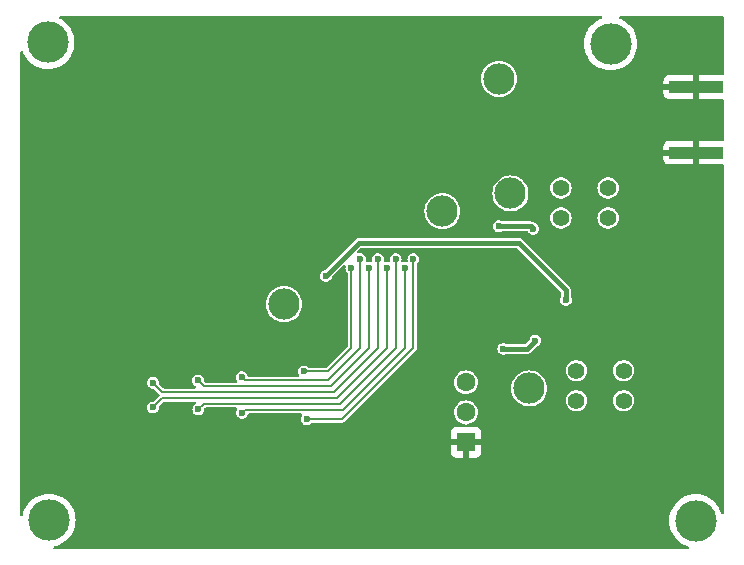
<source format=gbr>
%TF.GenerationSoftware,KiCad,Pcbnew,8.0.5*%
%TF.CreationDate,2025-04-17T16:29:18+02:00*%
%TF.ProjectId,ZED_F9P_minimal,5a45445f-4639-4505-9f6d-696e696d616c,rev?*%
%TF.SameCoordinates,Original*%
%TF.FileFunction,Copper,L2,Bot*%
%TF.FilePolarity,Positive*%
%FSLAX46Y46*%
G04 Gerber Fmt 4.6, Leading zero omitted, Abs format (unit mm)*
G04 Created by KiCad (PCBNEW 8.0.5) date 2025-04-17 16:29:18*
%MOMM*%
%LPD*%
G01*
G04 APERTURE LIST*
%TA.AperFunction,ComponentPad*%
%ADD10C,3.500000*%
%TD*%
%TA.AperFunction,ComponentPad*%
%ADD11C,2.641600*%
%TD*%
%TA.AperFunction,ComponentPad*%
%ADD12C,1.397000*%
%TD*%
%TA.AperFunction,SMDPad,CuDef*%
%ADD13R,4.560000X1.000000*%
%TD*%
%TA.AperFunction,ComponentPad*%
%ADD14R,1.599999X1.599999*%
%TD*%
%TA.AperFunction,ComponentPad*%
%ADD15C,1.599999*%
%TD*%
%TA.AperFunction,ViaPad*%
%ADD16C,0.600000*%
%TD*%
%TA.AperFunction,ViaPad*%
%ADD17C,0.400000*%
%TD*%
%TA.AperFunction,Conductor*%
%ADD18C,0.400000*%
%TD*%
%TA.AperFunction,Conductor*%
%ADD19C,0.200000*%
%TD*%
G04 APERTURE END LIST*
D10*
%TO.P,REF,*%
%TO.N,*%
X77400000Y-61400000D03*
%TD*%
%TO.P,REF,*%
%TO.N,*%
X22650000Y-61350000D03*
%TD*%
%TO.P,REF,*%
%TO.N,*%
X70200000Y-21000000D03*
%TD*%
%TO.P,REF,*%
%TO.N,*%
X22550000Y-20900000D03*
%TD*%
D11*
%TO.P,TP4,1,1*%
%TO.N,/3v3_puce*%
X42550000Y-43050000D03*
%TD*%
D12*
%TO.P,JP1,1,A*%
%TO.N,/3V3-IN*%
X67300000Y-51225000D03*
%TO.P,JP1,2,B*%
%TO.N,/jumper_3V_out*%
X67300000Y-48685000D03*
%TD*%
D11*
%TO.P,TP1,1,1*%
%TO.N,/RF_IN*%
X60750000Y-23975000D03*
%TD*%
D13*
%TO.P,SMA,SH3*%
%TO.N,GND*%
X77450000Y-24685000D03*
%TO.P,SMA,SH4*%
X77450000Y-30225000D03*
%TD*%
D12*
%TO.P,JP4,1,A*%
%TO.N,/5V-jumper*%
X69988850Y-33213849D03*
%TO.P,JP4,2,B*%
%TO.N,/jumper_5V_out*%
X69988850Y-35753849D03*
%TD*%
D11*
%TO.P,TP5,1,1*%
%TO.N,/5V-IN*%
X61718850Y-33677650D03*
%TD*%
%TO.P,TP2,1,1*%
%TO.N,/3V3-IN*%
X63300000Y-50188800D03*
%TD*%
D12*
%TO.P,JP2,1,A*%
%TO.N,/3V3-jumper*%
X71300000Y-51225000D03*
%TO.P,JP2,2,B*%
%TO.N,/jumper_3V_out*%
X71300000Y-48685000D03*
%TD*%
%TO.P,JP3,1,A*%
%TO.N,/5V-IN*%
X65988850Y-33213849D03*
%TO.P,JP3,2,B*%
%TO.N,/jumper_5V_out*%
X65988850Y-35753849D03*
%TD*%
D11*
%TO.P,TP3,1,1*%
%TO.N,/5v_antenne*%
X55950000Y-35177650D03*
%TD*%
D14*
%TO.P,Reg,1,GND*%
%TO.N,GND*%
X57950000Y-54740000D03*
D15*
%TO.P,Reg,2,OUTPUT*%
%TO.N,/pt div*%
X57950000Y-52200000D03*
%TO.P,Reg,3,INPUT*%
%TO.N,/12V*%
X57950000Y-49660000D03*
%TD*%
D16*
%TO.N,/3v3_puce*%
X46085000Y-40665000D03*
X66415000Y-42700000D03*
%TO.N,GND*%
X74475000Y-29075000D03*
X59500000Y-47300000D03*
X74700000Y-40675000D03*
X39725000Y-56575000D03*
X48375000Y-21725000D03*
X49300000Y-61900000D03*
X60375000Y-28525000D03*
X40925000Y-21625000D03*
X60500000Y-42225000D03*
X50900000Y-56575000D03*
X52500000Y-60100000D03*
X57300000Y-58375000D03*
X60000000Y-37150000D03*
X42925000Y-56575000D03*
D17*
X79000000Y-29975000D03*
D16*
X31700000Y-60100000D03*
X54400000Y-51785000D03*
X54100000Y-58375000D03*
X67892198Y-46632961D03*
X60500000Y-59025000D03*
X42900000Y-60100000D03*
X66100000Y-52275000D03*
X55700000Y-58375000D03*
X59350000Y-22575000D03*
X49300000Y-60100000D03*
X44525000Y-56575000D03*
X45575000Y-19800000D03*
X41300000Y-58400000D03*
X72650000Y-45275000D03*
X51475000Y-24450000D03*
X57375000Y-36600000D03*
X58275000Y-28600000D03*
X30100000Y-57700000D03*
X52400000Y-22400000D03*
D17*
X77000000Y-30475000D03*
D16*
X44175000Y-19800000D03*
X34900000Y-60100000D03*
X52500000Y-58400000D03*
X54100000Y-56550000D03*
X61550000Y-37150000D03*
X58850000Y-46250000D03*
X56050000Y-47250000D03*
X68475000Y-29075000D03*
X69475000Y-25900000D03*
X63150000Y-26275000D03*
X31700000Y-60100000D03*
X53700000Y-26000000D03*
X74700000Y-36075000D03*
X58900000Y-58075000D03*
D17*
X77000000Y-29975000D03*
D16*
X67800000Y-43150000D03*
X57875000Y-48055000D03*
D17*
X77500000Y-24925000D03*
D16*
X44500000Y-61900000D03*
X46975000Y-19800000D03*
X72650000Y-40675000D03*
X56500000Y-25975000D03*
X25800000Y-56400000D03*
X27750000Y-56475000D03*
X62200000Y-57375000D03*
X63800000Y-58425000D03*
X61600000Y-26500000D03*
X56270000Y-49805000D03*
X57375000Y-33725000D03*
X51850000Y-28300000D03*
X44500000Y-40250000D03*
X26325000Y-59175000D03*
X58900000Y-61875000D03*
X57300000Y-60075000D03*
X36500000Y-60100000D03*
X73725000Y-33075000D03*
X68350000Y-52225000D03*
D17*
X75500000Y-24925000D03*
D16*
X30100000Y-56275000D03*
X56610000Y-48505000D03*
X74225000Y-53475000D03*
X74475000Y-25900000D03*
X64875000Y-32200000D03*
X51600000Y-21550000D03*
X55610000Y-52945000D03*
D17*
X76500000Y-24925000D03*
D16*
X63125000Y-37475000D03*
X38525000Y-43925000D03*
D17*
X77500000Y-24425000D03*
X78500000Y-30475000D03*
D16*
X25800000Y-57825000D03*
D17*
X76500000Y-24425000D03*
D16*
X66200000Y-49875000D03*
X59350000Y-25375000D03*
X54525000Y-36600000D03*
X54100000Y-58375000D03*
D17*
X78500000Y-29975000D03*
D16*
X62200000Y-60075000D03*
X72650000Y-47625000D03*
X46100000Y-56575000D03*
X74700000Y-42975000D03*
X60725000Y-38750000D03*
D17*
X75500000Y-29975000D03*
D16*
X53300000Y-23300000D03*
X73225000Y-54450000D03*
X42900000Y-58400000D03*
X46275000Y-22975000D03*
X69600000Y-54025000D03*
X65350000Y-54225000D03*
D17*
X78500000Y-24425000D03*
D16*
X45450000Y-43450000D03*
X70475000Y-29075000D03*
X71375000Y-53300000D03*
X74700000Y-49875000D03*
X59500000Y-52725000D03*
X71475000Y-29075000D03*
X67750000Y-41500000D03*
X72650000Y-52175000D03*
X55700000Y-60075000D03*
X31700000Y-58400000D03*
X52575000Y-25425000D03*
X55700000Y-56550000D03*
X43975000Y-41625000D03*
X51600000Y-30940000D03*
D17*
X77000000Y-24425000D03*
D16*
X62300000Y-28525000D03*
X45575000Y-21725000D03*
X50900000Y-61900000D03*
X55050000Y-40050000D03*
X59525000Y-49675000D03*
D17*
X77500000Y-30475000D03*
D16*
X72650000Y-49875000D03*
X54100000Y-24000000D03*
X30100000Y-61900000D03*
X28675000Y-61525000D03*
X64750000Y-51625000D03*
X50625000Y-27075000D03*
X50500000Y-23600000D03*
D17*
X76000000Y-29975000D03*
D16*
X46100000Y-61900000D03*
X27100000Y-39000000D03*
X54925000Y-26000000D03*
X47725000Y-28225000D03*
X70200000Y-49875000D03*
X27525000Y-60375000D03*
X71050000Y-34475000D03*
X44175000Y-21725000D03*
X69100000Y-41500000D03*
X38100000Y-60100000D03*
X63175000Y-35125000D03*
X34900000Y-61900000D03*
X54575000Y-33750000D03*
X70275000Y-41500000D03*
X68475000Y-25900000D03*
X74700000Y-47575000D03*
X60275000Y-32225000D03*
X42900000Y-20100000D03*
X41300000Y-60100000D03*
D17*
X75500000Y-24425000D03*
D16*
X71125000Y-32225000D03*
X26878964Y-22995703D03*
X60500000Y-61875000D03*
X49900000Y-30900000D03*
X62175000Y-25375000D03*
X36500000Y-58400000D03*
X72650000Y-38375000D03*
X52500000Y-58400000D03*
X33300000Y-58400000D03*
X55700000Y-58375000D03*
D17*
X76000000Y-30475000D03*
D16*
X52500000Y-56600000D03*
X65225000Y-44850000D03*
X48050000Y-30920000D03*
D17*
X78000000Y-29975000D03*
D16*
X33300000Y-60100000D03*
X61850000Y-48725000D03*
X63800000Y-55775000D03*
X67050000Y-32175000D03*
D17*
X79000000Y-24925000D03*
D16*
X66475000Y-25900000D03*
X54100000Y-61875000D03*
X39700000Y-60100000D03*
X50900000Y-60100000D03*
X41150000Y-41625000D03*
D17*
X79000000Y-24425000D03*
D16*
X71700000Y-55875000D03*
D17*
X79500000Y-29975000D03*
D16*
X74700000Y-45275000D03*
X25700000Y-39075000D03*
X47700000Y-58400000D03*
X57600000Y-46800000D03*
X31700000Y-58400000D03*
X57300000Y-58375000D03*
X64800000Y-48725000D03*
X55200000Y-42550000D03*
X52500000Y-61900000D03*
X68350000Y-49875000D03*
X64875000Y-36750000D03*
X46325000Y-38850000D03*
X30100000Y-61900000D03*
X67000000Y-34475000D03*
X31700000Y-61900000D03*
D17*
X76500000Y-30475000D03*
X76000000Y-24925000D03*
D16*
X69075000Y-43150000D03*
X63700000Y-53175000D03*
X46750000Y-42150000D03*
X41300000Y-61900000D03*
X65160000Y-39265000D03*
X57825000Y-23075000D03*
X41100000Y-44450000D03*
D17*
X78500000Y-24925000D03*
D16*
X36500000Y-61900000D03*
X36225000Y-42075000D03*
D17*
X75500000Y-30475000D03*
D16*
X44175000Y-21725000D03*
D17*
X78000000Y-24925000D03*
D16*
X42900000Y-61900000D03*
X60275000Y-35125000D03*
X44000000Y-44475000D03*
X56790000Y-50945000D03*
X60500000Y-56475000D03*
X39875000Y-43925000D03*
X74700000Y-34500000D03*
X72475000Y-29075000D03*
X46100000Y-60100000D03*
X65275000Y-43350000D03*
D17*
X78500000Y-29975000D03*
D16*
X66475000Y-29075000D03*
X60200000Y-46250000D03*
D17*
X76000000Y-24425000D03*
D16*
X28850000Y-59100000D03*
D17*
X77000000Y-24925000D03*
D16*
X64570000Y-41295000D03*
X64180000Y-38415000D03*
X49300000Y-58400000D03*
X65475000Y-25900000D03*
X47700000Y-56575000D03*
X30100000Y-60100000D03*
X71475000Y-25900000D03*
X37575000Y-39950000D03*
X55400000Y-24000000D03*
X72650000Y-42975000D03*
X58500000Y-36775000D03*
X37000000Y-43425000D03*
X46975000Y-21725000D03*
X65475000Y-29050000D03*
D17*
X79500000Y-24925000D03*
D16*
X64350000Y-25950000D03*
X49300000Y-56575000D03*
X69600000Y-55875000D03*
X39700000Y-58400000D03*
X67425000Y-55875000D03*
X58900000Y-60075000D03*
X60750000Y-40375000D03*
X68800000Y-32175000D03*
X59950000Y-26400000D03*
X63690000Y-42175000D03*
X42000000Y-21050000D03*
X47700000Y-61900000D03*
X54210000Y-50155000D03*
X70475000Y-25900000D03*
X65350000Y-56725000D03*
D17*
X78000000Y-24425000D03*
X77500000Y-29975000D03*
D16*
X44500000Y-60100000D03*
X33300000Y-61900000D03*
X49400000Y-22400000D03*
X64875000Y-34475000D03*
X57650000Y-42450000D03*
X67475000Y-25900000D03*
X68560000Y-38105000D03*
X57300000Y-61875000D03*
X35525000Y-40700000D03*
X74700000Y-38375000D03*
X54250000Y-38566500D03*
X69475000Y-29075000D03*
X62200000Y-22525000D03*
X66200000Y-47725000D03*
X27750000Y-57900000D03*
X71100000Y-36775000D03*
X59200000Y-48450000D03*
X72450000Y-32250000D03*
X44900000Y-22975000D03*
X56600000Y-24000000D03*
X55700000Y-61875000D03*
D17*
X76500000Y-29975000D03*
X78500000Y-30475000D03*
D16*
X38100000Y-61900000D03*
X73475000Y-29075000D03*
X50725000Y-20625000D03*
X46100000Y-58400000D03*
X50900000Y-58400000D03*
X74700000Y-52175000D03*
X49625000Y-28225000D03*
X48625000Y-27125000D03*
X54100000Y-60075000D03*
X25500000Y-22975000D03*
X60650000Y-44275000D03*
X67425000Y-54025000D03*
D17*
X79500000Y-30475000D03*
D16*
X63640000Y-40345000D03*
X48375000Y-19800000D03*
X44850000Y-38825000D03*
X61870000Y-51575000D03*
X58150000Y-38600000D03*
X62200000Y-54575000D03*
X63175000Y-32225000D03*
X72650000Y-49875000D03*
X49775000Y-19800000D03*
X34900000Y-58400000D03*
X63575000Y-44850000D03*
X70900000Y-37925000D03*
X39700000Y-61900000D03*
X67475000Y-29075000D03*
D17*
X79500000Y-24425000D03*
D16*
X44500000Y-58400000D03*
X47700000Y-60100000D03*
X38100000Y-58400000D03*
X57300000Y-56550000D03*
D17*
X79000000Y-30475000D03*
D16*
X68800000Y-34475000D03*
X72650000Y-36075000D03*
D17*
X78000000Y-30475000D03*
D16*
X73475000Y-25900000D03*
X72475000Y-25900000D03*
X64950000Y-46500000D03*
X72340000Y-34555000D03*
X72650000Y-52175000D03*
%TO.N,/I{slash}O *%
X35262500Y-49512500D03*
X49750000Y-40000000D03*
%TO.N,/UART_RX*%
X38987500Y-49237500D03*
X49000000Y-39250000D03*
%TO.N,/I{slash}O_CLK_SELECT*%
X50500000Y-39250000D03*
X31462500Y-49712500D03*
%TO.N,/O_TX_STATE*%
X31450000Y-51800000D03*
X51250000Y-40000000D03*
%TO.N,/UART_TX*%
X48250000Y-40000000D03*
X44250000Y-48750000D03*
%TO.N,/I_D_Sel*%
X35287500Y-51962500D03*
X52000000Y-39250000D03*
%TO.N,/I_RESET*%
X52750000Y-40000000D03*
X39000000Y-52250000D03*
%TO.N,/TIMER*%
X44462500Y-52787500D03*
X53500000Y-39250000D03*
%TO.N,/12V*%
X63821900Y-46146900D03*
X61121900Y-46846900D03*
%TO.N,/5v_antenne*%
X63650000Y-36675000D03*
X60725000Y-36450000D03*
%TD*%
D18*
%TO.N,/3v3_puce*%
X66415000Y-41865000D02*
X66415000Y-42700000D01*
X62416500Y-37866500D02*
X66415000Y-41865000D01*
X48883500Y-37866500D02*
X62416500Y-37866500D01*
X46085000Y-40665000D02*
X48883500Y-37866500D01*
D19*
%TO.N,/I{slash}O *%
X35750000Y-50000000D02*
X35262500Y-49512500D01*
X49750000Y-40000000D02*
X49750000Y-46750000D01*
X49750000Y-46750000D02*
X46500000Y-50000000D01*
X46500000Y-50000000D02*
X35750000Y-50000000D01*
%TO.N,/UART_RX*%
X39250000Y-49500000D02*
X38987500Y-49237500D01*
X49000000Y-39250000D02*
X49000000Y-46750000D01*
X46250000Y-49500000D02*
X39250000Y-49500000D01*
X49000000Y-46750000D02*
X46250000Y-49500000D01*
%TO.N,/I{slash}O_CLK_SELECT*%
X50500000Y-46750000D02*
X46750000Y-50500000D01*
X50500000Y-39250000D02*
X50500000Y-46750000D01*
X32250000Y-50500000D02*
X31462500Y-49712500D01*
X46750000Y-50500000D02*
X32250000Y-50500000D01*
%TO.N,/O_TX_STATE*%
X47000000Y-51000000D02*
X32250000Y-51000000D01*
X51250000Y-46750000D02*
X47000000Y-51000000D01*
X32250000Y-51000000D02*
X31450000Y-51800000D01*
X51250000Y-40000000D02*
X51250000Y-46750000D01*
%TO.N,/UART_TX*%
X48250000Y-40000000D02*
X48250000Y-46750000D01*
X48250000Y-46750000D02*
X46250000Y-48750000D01*
X46250000Y-48750000D02*
X44250000Y-48750000D01*
%TO.N,/I_D_Sel*%
X47250000Y-51500000D02*
X35750000Y-51500000D01*
X35750000Y-51500000D02*
X35287500Y-51962500D01*
X52000000Y-39250000D02*
X52000000Y-46750000D01*
X52000000Y-46750000D02*
X47250000Y-51500000D01*
%TO.N,/I_RESET*%
X47500000Y-52000000D02*
X39250000Y-52000000D01*
X39250000Y-52000000D02*
X39000000Y-52250000D01*
X52750000Y-46750000D02*
X47500000Y-52000000D01*
X52750000Y-40000000D02*
X52750000Y-46750000D01*
%TO.N,/TIMER*%
X47462500Y-52787500D02*
X44462500Y-52787500D01*
X53500000Y-39250000D02*
X53500000Y-46750000D01*
X53500000Y-46750000D02*
X47462500Y-52787500D01*
D18*
%TO.N,/12V*%
X63821900Y-46146900D02*
X63121900Y-46846900D01*
X63121900Y-46846900D02*
X61121900Y-46846900D01*
%TO.N,/5v_antenne*%
X63425000Y-36450000D02*
X60725000Y-36450000D01*
X63650000Y-36675000D02*
X63425000Y-36450000D01*
%TD*%
%TA.AperFunction,Conductor*%
%TO.N,GND*%
G36*
X69436068Y-18670185D02*
G01*
X69481823Y-18722989D01*
X69491767Y-18792147D01*
X69462742Y-18855703D01*
X69408888Y-18891919D01*
X69336919Y-18916349D01*
X69072334Y-19046828D01*
X68827041Y-19210728D01*
X68605241Y-19405241D01*
X68410728Y-19627041D01*
X68246828Y-19872334D01*
X68116349Y-20136919D01*
X68021521Y-20416269D01*
X68021518Y-20416283D01*
X67963968Y-20705609D01*
X67963964Y-20705636D01*
X67944671Y-20999992D01*
X67944671Y-21000007D01*
X67963964Y-21294363D01*
X67963965Y-21294373D01*
X67963966Y-21294380D01*
X67963968Y-21294390D01*
X68021518Y-21583716D01*
X68021521Y-21583730D01*
X68116349Y-21863080D01*
X68246825Y-22127660D01*
X68246829Y-22127667D01*
X68410725Y-22372955D01*
X68605241Y-22594758D01*
X68827044Y-22789274D01*
X68986699Y-22895952D01*
X69072335Y-22953172D01*
X69336923Y-23083652D01*
X69616278Y-23178481D01*
X69905620Y-23236034D01*
X69933888Y-23237886D01*
X70199993Y-23255329D01*
X70200000Y-23255329D01*
X70200007Y-23255329D01*
X70435675Y-23239881D01*
X70494380Y-23236034D01*
X70783722Y-23178481D01*
X71063077Y-23083652D01*
X71327665Y-22953172D01*
X71572957Y-22789273D01*
X71794758Y-22594758D01*
X71989273Y-22372957D01*
X72153172Y-22127665D01*
X72283652Y-21863077D01*
X72378481Y-21583722D01*
X72436034Y-21294380D01*
X72442588Y-21194390D01*
X72455329Y-21000007D01*
X72455329Y-20999992D01*
X72436035Y-20705636D01*
X72436034Y-20705620D01*
X72378481Y-20416278D01*
X72283652Y-20136923D01*
X72153172Y-19872336D01*
X71989273Y-19627043D01*
X71901575Y-19527043D01*
X71794758Y-19405241D01*
X71572955Y-19210725D01*
X71327667Y-19046829D01*
X71327660Y-19046825D01*
X71063080Y-18916349D01*
X70991112Y-18891919D01*
X70933958Y-18851730D01*
X70907605Y-18787021D01*
X70920419Y-18718336D01*
X70968334Y-18667483D01*
X71030971Y-18650500D01*
X79675500Y-18650500D01*
X79742539Y-18670185D01*
X79788294Y-18722989D01*
X79799500Y-18774500D01*
X79799500Y-23561000D01*
X79779815Y-23628039D01*
X79727011Y-23673794D01*
X79675500Y-23685000D01*
X77700000Y-23685000D01*
X77700000Y-25685000D01*
X79675500Y-25685000D01*
X79742539Y-25704685D01*
X79788294Y-25757489D01*
X79799500Y-25809000D01*
X79799500Y-29101000D01*
X79779815Y-29168039D01*
X79727011Y-29213794D01*
X79675500Y-29225000D01*
X77700000Y-29225000D01*
X77700000Y-31225000D01*
X79675500Y-31225000D01*
X79742539Y-31244685D01*
X79788294Y-31297489D01*
X79799500Y-31349000D01*
X79799500Y-60716322D01*
X79779815Y-60783361D01*
X79727011Y-60829116D01*
X79657853Y-60839060D01*
X79594297Y-60810035D01*
X79558081Y-60756181D01*
X79532062Y-60679534D01*
X79483652Y-60536923D01*
X79353172Y-60272336D01*
X79189273Y-60027043D01*
X79145422Y-59977041D01*
X78994758Y-59805241D01*
X78772955Y-59610725D01*
X78527667Y-59446829D01*
X78527660Y-59446825D01*
X78263080Y-59316349D01*
X77983730Y-59221521D01*
X77983724Y-59221519D01*
X77983722Y-59221519D01*
X77694380Y-59163966D01*
X77694373Y-59163965D01*
X77694363Y-59163964D01*
X77400007Y-59144671D01*
X77399993Y-59144671D01*
X77105636Y-59163964D01*
X77105624Y-59163965D01*
X77105620Y-59163966D01*
X77105612Y-59163967D01*
X77105609Y-59163968D01*
X76816283Y-59221518D01*
X76816269Y-59221521D01*
X76536919Y-59316349D01*
X76272334Y-59446828D01*
X76027041Y-59610728D01*
X75805241Y-59805241D01*
X75610728Y-60027041D01*
X75446828Y-60272334D01*
X75316349Y-60536919D01*
X75221521Y-60816269D01*
X75221518Y-60816283D01*
X75163968Y-61105609D01*
X75163964Y-61105636D01*
X75144671Y-61399992D01*
X75144671Y-61400007D01*
X75163964Y-61694363D01*
X75163965Y-61694373D01*
X75163966Y-61694380D01*
X75163968Y-61694390D01*
X75221518Y-61983716D01*
X75221521Y-61983730D01*
X75316349Y-62263080D01*
X75446825Y-62527660D01*
X75446829Y-62527667D01*
X75610725Y-62772955D01*
X75805241Y-62994758D01*
X75970029Y-63139273D01*
X76027043Y-63189273D01*
X76272335Y-63353172D01*
X76536923Y-63483652D01*
X76743815Y-63553883D01*
X76756182Y-63558081D01*
X76813336Y-63598270D01*
X76839689Y-63662979D01*
X76826875Y-63731664D01*
X76778961Y-63782517D01*
X76716323Y-63799500D01*
X23130207Y-63799500D01*
X23063168Y-63779815D01*
X23017413Y-63727011D01*
X23007469Y-63657853D01*
X23036494Y-63594297D01*
X23095272Y-63556523D01*
X23106016Y-63553883D01*
X23106775Y-63553731D01*
X23233722Y-63528481D01*
X23513077Y-63433652D01*
X23777665Y-63303172D01*
X24022957Y-63139273D01*
X24244758Y-62944758D01*
X24439273Y-62722957D01*
X24603172Y-62477665D01*
X24733652Y-62213077D01*
X24828481Y-61933722D01*
X24886034Y-61644380D01*
X24889881Y-61585675D01*
X24905329Y-61350007D01*
X24905329Y-61349992D01*
X24886035Y-61055636D01*
X24886034Y-61055620D01*
X24828481Y-60766278D01*
X24733652Y-60486923D01*
X24603172Y-60222336D01*
X24439273Y-59977043D01*
X24396655Y-59928447D01*
X24244758Y-59755241D01*
X24022955Y-59560725D01*
X23777667Y-59396829D01*
X23777660Y-59396825D01*
X23513080Y-59266349D01*
X23233730Y-59171521D01*
X23233724Y-59171519D01*
X23233722Y-59171519D01*
X22944380Y-59113966D01*
X22944373Y-59113965D01*
X22944363Y-59113964D01*
X22650007Y-59094671D01*
X22649993Y-59094671D01*
X22355636Y-59113964D01*
X22355624Y-59113965D01*
X22355620Y-59113966D01*
X22355612Y-59113967D01*
X22355609Y-59113968D01*
X22066283Y-59171518D01*
X22066269Y-59171521D01*
X21786919Y-59266349D01*
X21522334Y-59396828D01*
X21277041Y-59560728D01*
X21055241Y-59755241D01*
X20860728Y-59977041D01*
X20696828Y-60222334D01*
X20566349Y-60486919D01*
X20471521Y-60766269D01*
X20471518Y-60766283D01*
X20446117Y-60893984D01*
X20413732Y-60955895D01*
X20353017Y-60990469D01*
X20283247Y-60986730D01*
X20226575Y-60945864D01*
X20200994Y-60880845D01*
X20200500Y-60869793D01*
X20200500Y-53892155D01*
X56650000Y-53892155D01*
X56650000Y-54490000D01*
X57516987Y-54490000D01*
X57484074Y-54547007D01*
X57449999Y-54674174D01*
X57449999Y-54805826D01*
X57484074Y-54932993D01*
X57516987Y-54990000D01*
X56650000Y-54990000D01*
X56650000Y-55587844D01*
X56656401Y-55647372D01*
X56656403Y-55647379D01*
X56706645Y-55782086D01*
X56706649Y-55782093D01*
X56792809Y-55897187D01*
X56792812Y-55897190D01*
X56907906Y-55983350D01*
X56907913Y-55983354D01*
X57042620Y-56033596D01*
X57042627Y-56033598D01*
X57102155Y-56039999D01*
X57102172Y-56040000D01*
X57700000Y-56040000D01*
X57700000Y-55173013D01*
X57757007Y-55205926D01*
X57884174Y-55240001D01*
X58015826Y-55240001D01*
X58142993Y-55205926D01*
X58200000Y-55173013D01*
X58200000Y-56040000D01*
X58797828Y-56040000D01*
X58797844Y-56039999D01*
X58857372Y-56033598D01*
X58857379Y-56033596D01*
X58992086Y-55983354D01*
X58992093Y-55983350D01*
X59107187Y-55897190D01*
X59107190Y-55897187D01*
X59193350Y-55782093D01*
X59193354Y-55782086D01*
X59243596Y-55647379D01*
X59243598Y-55647372D01*
X59249999Y-55587844D01*
X59250000Y-55587827D01*
X59250000Y-54990000D01*
X58383013Y-54990000D01*
X58415926Y-54932993D01*
X58450001Y-54805826D01*
X58450001Y-54674174D01*
X58415926Y-54547007D01*
X58383013Y-54490000D01*
X59250000Y-54490000D01*
X59250000Y-53892172D01*
X59249999Y-53892155D01*
X59243598Y-53832627D01*
X59243596Y-53832620D01*
X59193354Y-53697913D01*
X59193350Y-53697906D01*
X59107190Y-53582812D01*
X59107187Y-53582809D01*
X58992093Y-53496649D01*
X58992086Y-53496645D01*
X58857379Y-53446403D01*
X58857372Y-53446401D01*
X58797844Y-53440000D01*
X58091538Y-53440000D01*
X58024499Y-53420315D01*
X57978744Y-53367511D01*
X57968800Y-53298353D01*
X57997825Y-53234797D01*
X58056603Y-53197023D01*
X58079384Y-53192597D01*
X58080126Y-53192523D01*
X58146132Y-53186023D01*
X58334727Y-53128813D01*
X58508537Y-53035910D01*
X58660883Y-52910883D01*
X58785910Y-52758537D01*
X58878813Y-52584727D01*
X58936023Y-52396132D01*
X58955340Y-52200000D01*
X58936023Y-52003868D01*
X58878813Y-51815273D01*
X58870917Y-51800500D01*
X58785911Y-51641464D01*
X58785909Y-51641461D01*
X58660883Y-51489116D01*
X58508538Y-51364090D01*
X58508535Y-51364088D01*
X58334732Y-51271189D01*
X58334729Y-51271188D01*
X58334727Y-51271187D01*
X58146132Y-51213977D01*
X58146129Y-51213976D01*
X57950000Y-51194660D01*
X57753870Y-51213976D01*
X57624462Y-51253232D01*
X57565273Y-51271187D01*
X57565272Y-51271187D01*
X57565267Y-51271189D01*
X57391464Y-51364088D01*
X57391461Y-51364090D01*
X57239116Y-51489116D01*
X57114090Y-51641461D01*
X57114088Y-51641464D01*
X57021189Y-51815267D01*
X57021187Y-51815272D01*
X57021187Y-51815273D01*
X57011239Y-51848067D01*
X56963976Y-52003870D01*
X56944660Y-52200000D01*
X56963976Y-52396129D01*
X56963977Y-52396132D01*
X57002575Y-52523373D01*
X57021189Y-52584732D01*
X57114088Y-52758535D01*
X57114090Y-52758538D01*
X57239116Y-52910883D01*
X57391461Y-53035909D01*
X57391464Y-53035911D01*
X57498314Y-53093023D01*
X57565273Y-53128813D01*
X57753868Y-53186023D01*
X57819508Y-53192487D01*
X57820616Y-53192597D01*
X57885403Y-53218758D01*
X57925762Y-53275792D01*
X57928879Y-53345592D01*
X57893765Y-53405997D01*
X57831567Y-53437828D01*
X57808462Y-53440000D01*
X57102155Y-53440000D01*
X57042627Y-53446401D01*
X57042620Y-53446403D01*
X56907913Y-53496645D01*
X56907906Y-53496649D01*
X56792812Y-53582809D01*
X56792809Y-53582812D01*
X56706649Y-53697906D01*
X56706645Y-53697913D01*
X56656403Y-53832620D01*
X56656401Y-53832627D01*
X56650000Y-53892155D01*
X20200500Y-53892155D01*
X20200500Y-51800000D01*
X30944353Y-51800000D01*
X30964834Y-51942456D01*
X30994697Y-52007845D01*
X31024623Y-52073373D01*
X31118872Y-52182143D01*
X31239947Y-52259953D01*
X31239950Y-52259954D01*
X31239949Y-52259954D01*
X31378036Y-52300499D01*
X31378038Y-52300500D01*
X31378039Y-52300500D01*
X31521962Y-52300500D01*
X31521962Y-52300499D01*
X31660053Y-52259953D01*
X31781128Y-52182143D01*
X31875377Y-52073373D01*
X31935165Y-51942457D01*
X31955647Y-51800000D01*
X31954339Y-51790905D01*
X31964279Y-51721749D01*
X31989392Y-51685577D01*
X32338152Y-51336819D01*
X32399475Y-51303334D01*
X32425833Y-51300500D01*
X34969533Y-51300500D01*
X35036572Y-51320185D01*
X35082327Y-51372989D01*
X35092271Y-51442147D01*
X35063246Y-51505703D01*
X35036572Y-51528816D01*
X34956373Y-51580356D01*
X34862123Y-51689126D01*
X34862122Y-51689128D01*
X34802334Y-51820043D01*
X34781853Y-51962500D01*
X34802334Y-52104956D01*
X34837585Y-52182143D01*
X34862123Y-52235873D01*
X34956372Y-52344643D01*
X35077447Y-52422453D01*
X35077450Y-52422454D01*
X35077449Y-52422454D01*
X35215536Y-52462999D01*
X35215538Y-52463000D01*
X35215539Y-52463000D01*
X35359462Y-52463000D01*
X35359462Y-52462999D01*
X35497553Y-52422453D01*
X35618628Y-52344643D01*
X35712877Y-52235873D01*
X35772665Y-52104957D01*
X35793147Y-51962500D01*
X35791839Y-51953406D01*
X35801779Y-51884250D01*
X35826903Y-51848067D01*
X35838161Y-51836811D01*
X35899487Y-51803331D01*
X35925834Y-51800500D01*
X38462110Y-51800500D01*
X38529149Y-51820185D01*
X38574904Y-51872989D01*
X38584848Y-51942147D01*
X38574904Y-51976012D01*
X38514834Y-52107543D01*
X38494353Y-52250000D01*
X38514834Y-52392456D01*
X38528534Y-52422454D01*
X38574623Y-52523373D01*
X38668872Y-52632143D01*
X38789947Y-52709953D01*
X38789950Y-52709954D01*
X38789949Y-52709954D01*
X38928036Y-52750499D01*
X38928038Y-52750500D01*
X38928039Y-52750500D01*
X39071962Y-52750500D01*
X39071962Y-52750499D01*
X39210053Y-52709953D01*
X39331128Y-52632143D01*
X39425377Y-52523373D01*
X39485165Y-52392457D01*
X39485165Y-52392450D01*
X39486015Y-52389562D01*
X39487645Y-52387024D01*
X39488849Y-52384390D01*
X39489227Y-52384563D01*
X39523791Y-52330785D01*
X39587348Y-52301762D01*
X39604991Y-52300500D01*
X43950710Y-52300500D01*
X44017749Y-52320185D01*
X44063504Y-52372989D01*
X44073448Y-52442147D01*
X44044423Y-52505701D01*
X44044422Y-52505704D01*
X44037123Y-52514127D01*
X44037122Y-52514128D01*
X43977334Y-52645043D01*
X43956853Y-52787500D01*
X43977334Y-52929956D01*
X44025723Y-53035911D01*
X44037123Y-53060873D01*
X44131372Y-53169643D01*
X44252447Y-53247453D01*
X44252450Y-53247454D01*
X44252449Y-53247454D01*
X44390536Y-53287999D01*
X44390538Y-53288000D01*
X44390539Y-53288000D01*
X44534462Y-53288000D01*
X44534462Y-53287999D01*
X44672553Y-53247453D01*
X44793628Y-53169643D01*
X44827288Y-53130796D01*
X44886067Y-53093023D01*
X44921001Y-53088000D01*
X47502060Y-53088000D01*
X47502062Y-53088000D01*
X47578489Y-53067521D01*
X47647011Y-53027960D01*
X47702960Y-52972011D01*
X51014971Y-49660000D01*
X56944660Y-49660000D01*
X56963976Y-49856129D01*
X57021189Y-50044732D01*
X57114088Y-50218535D01*
X57114090Y-50218538D01*
X57239116Y-50370883D01*
X57391461Y-50495909D01*
X57391464Y-50495911D01*
X57498707Y-50553233D01*
X57565273Y-50588813D01*
X57753868Y-50646023D01*
X57950000Y-50665340D01*
X58146132Y-50646023D01*
X58334727Y-50588813D01*
X58508537Y-50495910D01*
X58660883Y-50370883D01*
X58785910Y-50218537D01*
X58801805Y-50188800D01*
X61773996Y-50188800D01*
X61792784Y-50427523D01*
X61848684Y-50660362D01*
X61848684Y-50660364D01*
X61940317Y-50881587D01*
X61940319Y-50881590D01*
X62065433Y-51085757D01*
X62065434Y-51085760D01*
X62065437Y-51085763D01*
X62220952Y-51267848D01*
X62333635Y-51364088D01*
X62403039Y-51423365D01*
X62403042Y-51423366D01*
X62607209Y-51548480D01*
X62607212Y-51548482D01*
X62828436Y-51640115D01*
X62828437Y-51640115D01*
X62828439Y-51640116D01*
X63061280Y-51696016D01*
X63300000Y-51714804D01*
X63538720Y-51696016D01*
X63771561Y-51640116D01*
X63771563Y-51640115D01*
X63771564Y-51640115D01*
X63992787Y-51548482D01*
X63992788Y-51548481D01*
X63992791Y-51548480D01*
X64196963Y-51423363D01*
X64379048Y-51267848D01*
X64415644Y-51225000D01*
X66396048Y-51225000D01*
X66415802Y-51412943D01*
X66415803Y-51412946D01*
X66474199Y-51592671D01*
X66474200Y-51592673D01*
X66568684Y-51756326D01*
X66568685Y-51756328D01*
X66568687Y-51756330D01*
X66695138Y-51896767D01*
X66695141Y-51896769D01*
X66848019Y-52007842D01*
X66848020Y-52007842D01*
X66848024Y-52007845D01*
X66988817Y-52070530D01*
X67020658Y-52084707D01*
X67020663Y-52084709D01*
X67205511Y-52124000D01*
X67394489Y-52124000D01*
X67579337Y-52084709D01*
X67751976Y-52007845D01*
X67904862Y-51896767D01*
X68031313Y-51756330D01*
X68125801Y-51592670D01*
X68184198Y-51412942D01*
X68203952Y-51225000D01*
X70396048Y-51225000D01*
X70415802Y-51412943D01*
X70415803Y-51412946D01*
X70474199Y-51592671D01*
X70474200Y-51592673D01*
X70568684Y-51756326D01*
X70568685Y-51756328D01*
X70568687Y-51756330D01*
X70695138Y-51896767D01*
X70695141Y-51896769D01*
X70848019Y-52007842D01*
X70848020Y-52007842D01*
X70848024Y-52007845D01*
X70988817Y-52070530D01*
X71020658Y-52084707D01*
X71020663Y-52084709D01*
X71205511Y-52124000D01*
X71394489Y-52124000D01*
X71579337Y-52084709D01*
X71751976Y-52007845D01*
X71904862Y-51896767D01*
X72031313Y-51756330D01*
X72125801Y-51592670D01*
X72184198Y-51412942D01*
X72203952Y-51225000D01*
X72184198Y-51037058D01*
X72125801Y-50857330D01*
X72114456Y-50837680D01*
X72031315Y-50693673D01*
X72031314Y-50693672D01*
X72031313Y-50693670D01*
X71904862Y-50553233D01*
X71904858Y-50553230D01*
X71751980Y-50442157D01*
X71751977Y-50442155D01*
X71751976Y-50442155D01*
X71689289Y-50414245D01*
X71579341Y-50365292D01*
X71579336Y-50365290D01*
X71394489Y-50326000D01*
X71205511Y-50326000D01*
X71020663Y-50365290D01*
X71020658Y-50365292D01*
X70848024Y-50442155D01*
X70848019Y-50442157D01*
X70695141Y-50553230D01*
X70695138Y-50553232D01*
X70695138Y-50553233D01*
X70631912Y-50623451D01*
X70568684Y-50693673D01*
X70474200Y-50857326D01*
X70474199Y-50857328D01*
X70415803Y-51037053D01*
X70415802Y-51037056D01*
X70396048Y-51225000D01*
X68203952Y-51225000D01*
X68184198Y-51037058D01*
X68125801Y-50857330D01*
X68114456Y-50837680D01*
X68031315Y-50693673D01*
X68031314Y-50693672D01*
X68031313Y-50693670D01*
X67904862Y-50553233D01*
X67904858Y-50553230D01*
X67751980Y-50442157D01*
X67751977Y-50442155D01*
X67751976Y-50442155D01*
X67689289Y-50414245D01*
X67579341Y-50365292D01*
X67579336Y-50365290D01*
X67394489Y-50326000D01*
X67205511Y-50326000D01*
X67020663Y-50365290D01*
X67020658Y-50365292D01*
X66848024Y-50442155D01*
X66848019Y-50442157D01*
X66695141Y-50553230D01*
X66695138Y-50553232D01*
X66695138Y-50553233D01*
X66631912Y-50623451D01*
X66568684Y-50693673D01*
X66474200Y-50857326D01*
X66474199Y-50857328D01*
X66415803Y-51037053D01*
X66415802Y-51037056D01*
X66396048Y-51225000D01*
X64415644Y-51225000D01*
X64534563Y-51085763D01*
X64659680Y-50881591D01*
X64669730Y-50857330D01*
X64751315Y-50660364D01*
X64751315Y-50660363D01*
X64751316Y-50660361D01*
X64807216Y-50427520D01*
X64826004Y-50188800D01*
X64807216Y-49950080D01*
X64751316Y-49717239D01*
X64751315Y-49717236D01*
X64751315Y-49717235D01*
X64659682Y-49496012D01*
X64659680Y-49496009D01*
X64558168Y-49330357D01*
X64534565Y-49291841D01*
X64534565Y-49291839D01*
X64470074Y-49216330D01*
X64379048Y-49109752D01*
X64258663Y-49006933D01*
X64196960Y-48954234D01*
X64196957Y-48954233D01*
X63992790Y-48829119D01*
X63992787Y-48829117D01*
X63771563Y-48737484D01*
X63552952Y-48685000D01*
X66396048Y-48685000D01*
X66415802Y-48872943D01*
X66415803Y-48872946D01*
X66474199Y-49052671D01*
X66474200Y-49052673D01*
X66568684Y-49216326D01*
X66568685Y-49216328D01*
X66568687Y-49216330D01*
X66695138Y-49356767D01*
X66695141Y-49356769D01*
X66848019Y-49467842D01*
X66848020Y-49467842D01*
X66848024Y-49467845D01*
X66988817Y-49530530D01*
X67020658Y-49544707D01*
X67020663Y-49544709D01*
X67205511Y-49584000D01*
X67394489Y-49584000D01*
X67579337Y-49544709D01*
X67751976Y-49467845D01*
X67904862Y-49356767D01*
X68031313Y-49216330D01*
X68125801Y-49052670D01*
X68184198Y-48872942D01*
X68203952Y-48685000D01*
X70396048Y-48685000D01*
X70415802Y-48872943D01*
X70415803Y-48872946D01*
X70474199Y-49052671D01*
X70474200Y-49052673D01*
X70568684Y-49216326D01*
X70568685Y-49216328D01*
X70568687Y-49216330D01*
X70695138Y-49356767D01*
X70695141Y-49356769D01*
X70848019Y-49467842D01*
X70848020Y-49467842D01*
X70848024Y-49467845D01*
X70988817Y-49530530D01*
X71020658Y-49544707D01*
X71020663Y-49544709D01*
X71205511Y-49584000D01*
X71394489Y-49584000D01*
X71579337Y-49544709D01*
X71751976Y-49467845D01*
X71904862Y-49356767D01*
X72031313Y-49216330D01*
X72125801Y-49052670D01*
X72184198Y-48872942D01*
X72203952Y-48685000D01*
X72184198Y-48497058D01*
X72125801Y-48317330D01*
X72110049Y-48290047D01*
X72031315Y-48153673D01*
X72031314Y-48153672D01*
X72031313Y-48153670D01*
X71904862Y-48013233D01*
X71904858Y-48013230D01*
X71751980Y-47902157D01*
X71751977Y-47902155D01*
X71751976Y-47902155D01*
X71689289Y-47874245D01*
X71579341Y-47825292D01*
X71579336Y-47825290D01*
X71394489Y-47786000D01*
X71205511Y-47786000D01*
X71020663Y-47825290D01*
X71020658Y-47825292D01*
X70848024Y-47902155D01*
X70848019Y-47902157D01*
X70695141Y-48013230D01*
X70568684Y-48153673D01*
X70474200Y-48317326D01*
X70474199Y-48317328D01*
X70415803Y-48497053D01*
X70415802Y-48497056D01*
X70396048Y-48685000D01*
X68203952Y-48685000D01*
X68184198Y-48497058D01*
X68125801Y-48317330D01*
X68110049Y-48290047D01*
X68031315Y-48153673D01*
X68031314Y-48153672D01*
X68031313Y-48153670D01*
X67904862Y-48013233D01*
X67904858Y-48013230D01*
X67751980Y-47902157D01*
X67751977Y-47902155D01*
X67751976Y-47902155D01*
X67689289Y-47874245D01*
X67579341Y-47825292D01*
X67579336Y-47825290D01*
X67394489Y-47786000D01*
X67205511Y-47786000D01*
X67020663Y-47825290D01*
X67020658Y-47825292D01*
X66848024Y-47902155D01*
X66848019Y-47902157D01*
X66695141Y-48013230D01*
X66568684Y-48153673D01*
X66474200Y-48317326D01*
X66474199Y-48317328D01*
X66415803Y-48497053D01*
X66415802Y-48497056D01*
X66396048Y-48685000D01*
X63552952Y-48685000D01*
X63538723Y-48681584D01*
X63300000Y-48662796D01*
X63061276Y-48681584D01*
X62828437Y-48737484D01*
X62828435Y-48737484D01*
X62607212Y-48829117D01*
X62607209Y-48829119D01*
X62403042Y-48954233D01*
X62403039Y-48954234D01*
X62220952Y-49109752D01*
X62065434Y-49291839D01*
X62065433Y-49291842D01*
X61940319Y-49496009D01*
X61940317Y-49496012D01*
X61848684Y-49717235D01*
X61848684Y-49717237D01*
X61792784Y-49950076D01*
X61773996Y-50188800D01*
X58801805Y-50188800D01*
X58878813Y-50044727D01*
X58936023Y-49856132D01*
X58955340Y-49660000D01*
X58936023Y-49463868D01*
X58878813Y-49275273D01*
X58858623Y-49237500D01*
X58785911Y-49101464D01*
X58785909Y-49101461D01*
X58660883Y-48949116D01*
X58508538Y-48824090D01*
X58508535Y-48824088D01*
X58334732Y-48731189D01*
X58334729Y-48731188D01*
X58334727Y-48731187D01*
X58146132Y-48673977D01*
X58146129Y-48673976D01*
X57950000Y-48654660D01*
X57753870Y-48673976D01*
X57624462Y-48713232D01*
X57565273Y-48731187D01*
X57565272Y-48731187D01*
X57565267Y-48731189D01*
X57391464Y-48824088D01*
X57391461Y-48824090D01*
X57239116Y-48949116D01*
X57114090Y-49101461D01*
X57114088Y-49101464D01*
X57021189Y-49275267D01*
X56963976Y-49463870D01*
X56944660Y-49660000D01*
X51014971Y-49660000D01*
X53740460Y-46934511D01*
X53760600Y-46899627D01*
X53780021Y-46865989D01*
X53785136Y-46846900D01*
X60616253Y-46846900D01*
X60636734Y-46989356D01*
X60696522Y-47120271D01*
X60696523Y-47120273D01*
X60790772Y-47229043D01*
X60911847Y-47306853D01*
X60911850Y-47306854D01*
X60911849Y-47306854D01*
X61049936Y-47347399D01*
X61049938Y-47347400D01*
X61049939Y-47347400D01*
X61193862Y-47347400D01*
X61193862Y-47347399D01*
X61331950Y-47306854D01*
X61331951Y-47306854D01*
X61393836Y-47267084D01*
X61460874Y-47247400D01*
X63174625Y-47247400D01*
X63174627Y-47247400D01*
X63276488Y-47220107D01*
X63367813Y-47167380D01*
X63862892Y-46672300D01*
X63915637Y-46641006D01*
X64031950Y-46606854D01*
X64031950Y-46606853D01*
X64031953Y-46606853D01*
X64153028Y-46529043D01*
X64247277Y-46420273D01*
X64307065Y-46289357D01*
X64327547Y-46146900D01*
X64307065Y-46004443D01*
X64247277Y-45873527D01*
X64153028Y-45764757D01*
X64031953Y-45686947D01*
X64031951Y-45686946D01*
X64031949Y-45686945D01*
X64031950Y-45686945D01*
X63893863Y-45646400D01*
X63893861Y-45646400D01*
X63749939Y-45646400D01*
X63749936Y-45646400D01*
X63611849Y-45686945D01*
X63490773Y-45764756D01*
X63396523Y-45873526D01*
X63396522Y-45873528D01*
X63336735Y-46004441D01*
X63336734Y-46004445D01*
X63332326Y-46035104D01*
X63303300Y-46098659D01*
X63297270Y-46105136D01*
X62992324Y-46410082D01*
X62931003Y-46443566D01*
X62904645Y-46446400D01*
X61460874Y-46446400D01*
X61393836Y-46426716D01*
X61331950Y-46386945D01*
X61193863Y-46346400D01*
X61193861Y-46346400D01*
X61049939Y-46346400D01*
X61049936Y-46346400D01*
X60911849Y-46386945D01*
X60790773Y-46464756D01*
X60696523Y-46573526D01*
X60696522Y-46573528D01*
X60636734Y-46704443D01*
X60616253Y-46846900D01*
X53785136Y-46846900D01*
X53800500Y-46789562D01*
X53800500Y-39713738D01*
X53820185Y-39646699D01*
X53830787Y-39632535D01*
X53831124Y-39632144D01*
X53831128Y-39632143D01*
X53925377Y-39523373D01*
X53985165Y-39392457D01*
X54005647Y-39250000D01*
X53985165Y-39107543D01*
X53925377Y-38976627D01*
X53831128Y-38867857D01*
X53710053Y-38790047D01*
X53710051Y-38790046D01*
X53710049Y-38790045D01*
X53710050Y-38790045D01*
X53571963Y-38749500D01*
X53571961Y-38749500D01*
X53428039Y-38749500D01*
X53428036Y-38749500D01*
X53289949Y-38790045D01*
X53168873Y-38867856D01*
X53074623Y-38976626D01*
X53074622Y-38976628D01*
X53014834Y-39107543D01*
X52994353Y-39250000D01*
X53011945Y-39372364D01*
X53002001Y-39441522D01*
X52956246Y-39494326D01*
X52889206Y-39514010D01*
X52854273Y-39508987D01*
X52821963Y-39499500D01*
X52821961Y-39499500D01*
X52678039Y-39499500D01*
X52678035Y-39499500D01*
X52645726Y-39508987D01*
X52575856Y-39508987D01*
X52517078Y-39471212D01*
X52488054Y-39407656D01*
X52488054Y-39372363D01*
X52492382Y-39342258D01*
X52505647Y-39250000D01*
X52485165Y-39107543D01*
X52425377Y-38976627D01*
X52331128Y-38867857D01*
X52210053Y-38790047D01*
X52210051Y-38790046D01*
X52210049Y-38790045D01*
X52210050Y-38790045D01*
X52071963Y-38749500D01*
X52071961Y-38749500D01*
X51928039Y-38749500D01*
X51928036Y-38749500D01*
X51789949Y-38790045D01*
X51668873Y-38867856D01*
X51574623Y-38976626D01*
X51574622Y-38976628D01*
X51514834Y-39107543D01*
X51494353Y-39250000D01*
X51511945Y-39372364D01*
X51502001Y-39441522D01*
X51456246Y-39494326D01*
X51389206Y-39514010D01*
X51354273Y-39508987D01*
X51321963Y-39499500D01*
X51321961Y-39499500D01*
X51178039Y-39499500D01*
X51178035Y-39499500D01*
X51145726Y-39508987D01*
X51075856Y-39508987D01*
X51017078Y-39471212D01*
X50988054Y-39407656D01*
X50988054Y-39372363D01*
X50992382Y-39342258D01*
X51005647Y-39250000D01*
X50985165Y-39107543D01*
X50925377Y-38976627D01*
X50831128Y-38867857D01*
X50710053Y-38790047D01*
X50710051Y-38790046D01*
X50710049Y-38790045D01*
X50710050Y-38790045D01*
X50571963Y-38749500D01*
X50571961Y-38749500D01*
X50428039Y-38749500D01*
X50428036Y-38749500D01*
X50289949Y-38790045D01*
X50168873Y-38867856D01*
X50074623Y-38976626D01*
X50074622Y-38976628D01*
X50014834Y-39107543D01*
X49994353Y-39250000D01*
X50011945Y-39372364D01*
X50002001Y-39441522D01*
X49956246Y-39494326D01*
X49889206Y-39514010D01*
X49854273Y-39508987D01*
X49821963Y-39499500D01*
X49821961Y-39499500D01*
X49678039Y-39499500D01*
X49678035Y-39499500D01*
X49645726Y-39508987D01*
X49575856Y-39508987D01*
X49517078Y-39471212D01*
X49488054Y-39407656D01*
X49488054Y-39372363D01*
X49492382Y-39342258D01*
X49505647Y-39250000D01*
X49485165Y-39107543D01*
X49425377Y-38976627D01*
X49331128Y-38867857D01*
X49210053Y-38790047D01*
X49210051Y-38790046D01*
X49210049Y-38790045D01*
X49210050Y-38790045D01*
X49071963Y-38749500D01*
X49071961Y-38749500D01*
X48928039Y-38749500D01*
X48882915Y-38762749D01*
X48813046Y-38762748D01*
X48754268Y-38724972D01*
X48725244Y-38661416D01*
X48735188Y-38592258D01*
X48760298Y-38556093D01*
X49013073Y-38303319D01*
X49074396Y-38269834D01*
X49100754Y-38267000D01*
X62199245Y-38267000D01*
X62266284Y-38286685D01*
X62286926Y-38303319D01*
X65978181Y-41994574D01*
X66011666Y-42055897D01*
X66014500Y-42082255D01*
X66014500Y-42351667D01*
X65994815Y-42418706D01*
X65994094Y-42419669D01*
X65989622Y-42426628D01*
X65929834Y-42557543D01*
X65909353Y-42700000D01*
X65929834Y-42842456D01*
X65989622Y-42973371D01*
X65989623Y-42973373D01*
X66083872Y-43082143D01*
X66204947Y-43159953D01*
X66204950Y-43159954D01*
X66204949Y-43159954D01*
X66343036Y-43200499D01*
X66343038Y-43200500D01*
X66343039Y-43200500D01*
X66486962Y-43200500D01*
X66486962Y-43200499D01*
X66625053Y-43159953D01*
X66746128Y-43082143D01*
X66840377Y-42973373D01*
X66900165Y-42842457D01*
X66920647Y-42700000D01*
X66900165Y-42557543D01*
X66840377Y-42426627D01*
X66840374Y-42426624D01*
X66835582Y-42419166D01*
X66838621Y-42417212D01*
X66816749Y-42369224D01*
X66815500Y-42351667D01*
X66815500Y-41812273D01*
X66788207Y-41710413D01*
X66788207Y-41710412D01*
X66776605Y-41690317D01*
X66735480Y-41619087D01*
X62662413Y-37546020D01*
X62616750Y-37519656D01*
X62571089Y-37493293D01*
X62520157Y-37479646D01*
X62469227Y-37466000D01*
X62469226Y-37466000D01*
X48943839Y-37466000D01*
X48943823Y-37465999D01*
X48936227Y-37465999D01*
X48830773Y-37465999D01*
X48762866Y-37484195D01*
X48728912Y-37493293D01*
X48637584Y-37546022D01*
X48563018Y-37620589D01*
X46044009Y-40139597D01*
X45991263Y-40170893D01*
X45874949Y-40205045D01*
X45753873Y-40282856D01*
X45659623Y-40391626D01*
X45659622Y-40391628D01*
X45599834Y-40522543D01*
X45579353Y-40665000D01*
X45599834Y-40807456D01*
X45659622Y-40938371D01*
X45659623Y-40938373D01*
X45753872Y-41047143D01*
X45874947Y-41124953D01*
X45874950Y-41124954D01*
X45874949Y-41124954D01*
X46013036Y-41165499D01*
X46013038Y-41165500D01*
X46013039Y-41165500D01*
X46156962Y-41165500D01*
X46156962Y-41165499D01*
X46295053Y-41124953D01*
X46416128Y-41047143D01*
X46510377Y-40938373D01*
X46570165Y-40807457D01*
X46574573Y-40776797D01*
X46603597Y-40713241D01*
X46609616Y-40706775D01*
X47552778Y-39763613D01*
X47614099Y-39730130D01*
X47683791Y-39735114D01*
X47739724Y-39776986D01*
X47764141Y-39842450D01*
X47763195Y-39868942D01*
X47744353Y-39999999D01*
X47764834Y-40142456D01*
X47824622Y-40273371D01*
X47824623Y-40273373D01*
X47918872Y-40382143D01*
X47918875Y-40382144D01*
X47919213Y-40382535D01*
X47948238Y-40446091D01*
X47949500Y-40463738D01*
X47949500Y-46574167D01*
X47929815Y-46641206D01*
X47913181Y-46661848D01*
X46161848Y-48413181D01*
X46100525Y-48446666D01*
X46074167Y-48449500D01*
X44708501Y-48449500D01*
X44641462Y-48429815D01*
X44614788Y-48406703D01*
X44581128Y-48367857D01*
X44460053Y-48290047D01*
X44460051Y-48290046D01*
X44460049Y-48290045D01*
X44460050Y-48290045D01*
X44321963Y-48249500D01*
X44321961Y-48249500D01*
X44178039Y-48249500D01*
X44178036Y-48249500D01*
X44039949Y-48290045D01*
X43918873Y-48367856D01*
X43824623Y-48476626D01*
X43824622Y-48476628D01*
X43764834Y-48607543D01*
X43744353Y-48750000D01*
X43764834Y-48892456D01*
X43824904Y-49023988D01*
X43834848Y-49093147D01*
X43805823Y-49156702D01*
X43747045Y-49194477D01*
X43712110Y-49199500D01*
X39595130Y-49199500D01*
X39528091Y-49179815D01*
X39482336Y-49127011D01*
X39475427Y-49103480D01*
X39475165Y-49103558D01*
X39472665Y-49095048D01*
X39472665Y-49095043D01*
X39434740Y-49012000D01*
X39412879Y-48964130D01*
X39412876Y-48964126D01*
X39399870Y-48949116D01*
X39318628Y-48855357D01*
X39197553Y-48777547D01*
X39197551Y-48777546D01*
X39197549Y-48777545D01*
X39197550Y-48777545D01*
X39059463Y-48737000D01*
X39059461Y-48737000D01*
X38915539Y-48737000D01*
X38915536Y-48737000D01*
X38777449Y-48777545D01*
X38656373Y-48855356D01*
X38562123Y-48964126D01*
X38562122Y-48964128D01*
X38502334Y-49095043D01*
X38481853Y-49237500D01*
X38502334Y-49379956D01*
X38565807Y-49518940D01*
X38563905Y-49519808D01*
X38580257Y-49575503D01*
X38560571Y-49642542D01*
X38507766Y-49688295D01*
X38456257Y-49699500D01*
X35925833Y-49699500D01*
X35858794Y-49679815D01*
X35838152Y-49663181D01*
X35801895Y-49626924D01*
X35768410Y-49565601D01*
X35766839Y-49521594D01*
X35768147Y-49512500D01*
X35747665Y-49370043D01*
X35687877Y-49239127D01*
X35593628Y-49130357D01*
X35472553Y-49052547D01*
X35472551Y-49052546D01*
X35472549Y-49052545D01*
X35472550Y-49052545D01*
X35334463Y-49012000D01*
X35334461Y-49012000D01*
X35190539Y-49012000D01*
X35190536Y-49012000D01*
X35052449Y-49052545D01*
X34931373Y-49130356D01*
X34931372Y-49130356D01*
X34931372Y-49130357D01*
X34918790Y-49144877D01*
X34837123Y-49239126D01*
X34837122Y-49239128D01*
X34777334Y-49370043D01*
X34756853Y-49512500D01*
X34777334Y-49654956D01*
X34827865Y-49765601D01*
X34837123Y-49785873D01*
X34931372Y-49894643D01*
X35050473Y-49971184D01*
X35096228Y-50023988D01*
X35106172Y-50093147D01*
X35077147Y-50156702D01*
X35018369Y-50194477D01*
X34983434Y-50199500D01*
X32425833Y-50199500D01*
X32358794Y-50179815D01*
X32338152Y-50163181D01*
X32001895Y-49826924D01*
X31968410Y-49765601D01*
X31966839Y-49721594D01*
X31968147Y-49712500D01*
X31947665Y-49570043D01*
X31887877Y-49439127D01*
X31793628Y-49330357D01*
X31672553Y-49252547D01*
X31672551Y-49252546D01*
X31672549Y-49252545D01*
X31672550Y-49252545D01*
X31534463Y-49212000D01*
X31534461Y-49212000D01*
X31390539Y-49212000D01*
X31390536Y-49212000D01*
X31252449Y-49252545D01*
X31131373Y-49330356D01*
X31037123Y-49439126D01*
X31037122Y-49439128D01*
X30977334Y-49570043D01*
X30956853Y-49712500D01*
X30977334Y-49854956D01*
X31030415Y-49971184D01*
X31037123Y-49985873D01*
X31131372Y-50094643D01*
X31252447Y-50172453D01*
X31252450Y-50172454D01*
X31252449Y-50172454D01*
X31359607Y-50203917D01*
X31387780Y-50212190D01*
X31390536Y-50212999D01*
X31390538Y-50213000D01*
X31486667Y-50213000D01*
X31553706Y-50232685D01*
X31574348Y-50249319D01*
X31987347Y-50662318D01*
X32020832Y-50723641D01*
X32015848Y-50793333D01*
X31987347Y-50837680D01*
X31561847Y-51263181D01*
X31500524Y-51296666D01*
X31474166Y-51299500D01*
X31378036Y-51299500D01*
X31239949Y-51340045D01*
X31118873Y-51417856D01*
X31118872Y-51417856D01*
X31118872Y-51417857D01*
X31106290Y-51432377D01*
X31024623Y-51526626D01*
X31024622Y-51526628D01*
X30964834Y-51657543D01*
X30944353Y-51800000D01*
X20200500Y-51800000D01*
X20200500Y-43050000D01*
X41023996Y-43050000D01*
X41042784Y-43288723D01*
X41098684Y-43521562D01*
X41098684Y-43521564D01*
X41190317Y-43742787D01*
X41190319Y-43742790D01*
X41315433Y-43946957D01*
X41315434Y-43946960D01*
X41315437Y-43946963D01*
X41470952Y-44129048D01*
X41611903Y-44249431D01*
X41653039Y-44284565D01*
X41653042Y-44284566D01*
X41857209Y-44409680D01*
X41857212Y-44409682D01*
X42078436Y-44501315D01*
X42078437Y-44501315D01*
X42078439Y-44501316D01*
X42311280Y-44557216D01*
X42550000Y-44576004D01*
X42788720Y-44557216D01*
X43021561Y-44501316D01*
X43021563Y-44501315D01*
X43021564Y-44501315D01*
X43242787Y-44409682D01*
X43242788Y-44409681D01*
X43242791Y-44409680D01*
X43446963Y-44284563D01*
X43629048Y-44129048D01*
X43784563Y-43946963D01*
X43909680Y-43742791D01*
X44001316Y-43521561D01*
X44057216Y-43288720D01*
X44076004Y-43050000D01*
X44057216Y-42811280D01*
X44001316Y-42578439D01*
X44001315Y-42578436D01*
X44001315Y-42578435D01*
X43909682Y-42357212D01*
X43909680Y-42357209D01*
X43784566Y-42153042D01*
X43784565Y-42153039D01*
X43749431Y-42111903D01*
X43629048Y-41970952D01*
X43508663Y-41868133D01*
X43446960Y-41815434D01*
X43446957Y-41815433D01*
X43242790Y-41690319D01*
X43242787Y-41690317D01*
X43021563Y-41598684D01*
X42788723Y-41542784D01*
X42550000Y-41523996D01*
X42311276Y-41542784D01*
X42078437Y-41598684D01*
X42078435Y-41598684D01*
X41857212Y-41690317D01*
X41857209Y-41690319D01*
X41653042Y-41815433D01*
X41653039Y-41815434D01*
X41470952Y-41970952D01*
X41315434Y-42153039D01*
X41315433Y-42153042D01*
X41190319Y-42357209D01*
X41190317Y-42357212D01*
X41098684Y-42578435D01*
X41098684Y-42578437D01*
X41042784Y-42811276D01*
X41023996Y-43050000D01*
X20200500Y-43050000D01*
X20200500Y-35177650D01*
X54423996Y-35177650D01*
X54442784Y-35416373D01*
X54498684Y-35649212D01*
X54498684Y-35649214D01*
X54590317Y-35870437D01*
X54590319Y-35870440D01*
X54715433Y-36074607D01*
X54715434Y-36074610D01*
X54755498Y-36121519D01*
X54870952Y-36256698D01*
X55011903Y-36377081D01*
X55053039Y-36412215D01*
X55053042Y-36412216D01*
X55257209Y-36537330D01*
X55257212Y-36537332D01*
X55478436Y-36628965D01*
X55478437Y-36628965D01*
X55478439Y-36628966D01*
X55711280Y-36684866D01*
X55950000Y-36703654D01*
X56188720Y-36684866D01*
X56421561Y-36628966D01*
X56421563Y-36628965D01*
X56421564Y-36628965D01*
X56642787Y-36537332D01*
X56642788Y-36537331D01*
X56642791Y-36537330D01*
X56785300Y-36450000D01*
X60219353Y-36450000D01*
X60239834Y-36592456D01*
X60299622Y-36723371D01*
X60299623Y-36723373D01*
X60393872Y-36832143D01*
X60514947Y-36909953D01*
X60514950Y-36909954D01*
X60514949Y-36909954D01*
X60622107Y-36941417D01*
X60645788Y-36948371D01*
X60653036Y-36950499D01*
X60653038Y-36950500D01*
X60653039Y-36950500D01*
X60796962Y-36950500D01*
X60796962Y-36950499D01*
X60935050Y-36909954D01*
X60935051Y-36909954D01*
X60996936Y-36870184D01*
X61063974Y-36850500D01*
X63100236Y-36850500D01*
X63167275Y-36870185D01*
X63213030Y-36922989D01*
X63224620Y-36948369D01*
X63224623Y-36948373D01*
X63318872Y-37057143D01*
X63439947Y-37134953D01*
X63439950Y-37134954D01*
X63439949Y-37134954D01*
X63578036Y-37175499D01*
X63578038Y-37175500D01*
X63578039Y-37175500D01*
X63721962Y-37175500D01*
X63721962Y-37175499D01*
X63860053Y-37134953D01*
X63981128Y-37057143D01*
X64075377Y-36948373D01*
X64135165Y-36817457D01*
X64155647Y-36675000D01*
X64135165Y-36532543D01*
X64075377Y-36401627D01*
X63981128Y-36292857D01*
X63946581Y-36270655D01*
X63860051Y-36215045D01*
X63743736Y-36180893D01*
X63690990Y-36149597D01*
X63670915Y-36129522D01*
X63670913Y-36129520D01*
X63625250Y-36103156D01*
X63579589Y-36076793D01*
X63528657Y-36063146D01*
X63477727Y-36049500D01*
X63477726Y-36049500D01*
X61063974Y-36049500D01*
X60996936Y-36029816D01*
X60935050Y-35990045D01*
X60796963Y-35949500D01*
X60796961Y-35949500D01*
X60653039Y-35949500D01*
X60653036Y-35949500D01*
X60514949Y-35990045D01*
X60393873Y-36067856D01*
X60299623Y-36176626D01*
X60299622Y-36176628D01*
X60239834Y-36307543D01*
X60219353Y-36450000D01*
X56785300Y-36450000D01*
X56846963Y-36412213D01*
X57029048Y-36256698D01*
X57184563Y-36074613D01*
X57309680Y-35870441D01*
X57357974Y-35753849D01*
X65084898Y-35753849D01*
X65104652Y-35941792D01*
X65104653Y-35941795D01*
X65163049Y-36121520D01*
X65163050Y-36121522D01*
X65257534Y-36285175D01*
X65257535Y-36285177D01*
X65257537Y-36285179D01*
X65383988Y-36425616D01*
X65383991Y-36425618D01*
X65536869Y-36536691D01*
X65536870Y-36536691D01*
X65536874Y-36536694D01*
X65677667Y-36599379D01*
X65709508Y-36613556D01*
X65709513Y-36613558D01*
X65894361Y-36652849D01*
X66083339Y-36652849D01*
X66268187Y-36613558D01*
X66440826Y-36536694D01*
X66593712Y-36425616D01*
X66720163Y-36285179D01*
X66814651Y-36121519D01*
X66873048Y-35941791D01*
X66892802Y-35753849D01*
X69084898Y-35753849D01*
X69104652Y-35941792D01*
X69104653Y-35941795D01*
X69163049Y-36121520D01*
X69163050Y-36121522D01*
X69257534Y-36285175D01*
X69257535Y-36285177D01*
X69257537Y-36285179D01*
X69383988Y-36425616D01*
X69383991Y-36425618D01*
X69536869Y-36536691D01*
X69536870Y-36536691D01*
X69536874Y-36536694D01*
X69677667Y-36599379D01*
X69709508Y-36613556D01*
X69709513Y-36613558D01*
X69894361Y-36652849D01*
X70083339Y-36652849D01*
X70268187Y-36613558D01*
X70440826Y-36536694D01*
X70593712Y-36425616D01*
X70720163Y-36285179D01*
X70814651Y-36121519D01*
X70873048Y-35941791D01*
X70892802Y-35753849D01*
X70873048Y-35565907D01*
X70814651Y-35386179D01*
X70720163Y-35222519D01*
X70593712Y-35082082D01*
X70532119Y-35037332D01*
X70440830Y-34971006D01*
X70440827Y-34971004D01*
X70440826Y-34971004D01*
X70368778Y-34938926D01*
X70268191Y-34894141D01*
X70268186Y-34894139D01*
X70083339Y-34854849D01*
X69894361Y-34854849D01*
X69709513Y-34894139D01*
X69709508Y-34894141D01*
X69536874Y-34971004D01*
X69536869Y-34971006D01*
X69383991Y-35082079D01*
X69257534Y-35222522D01*
X69163050Y-35386175D01*
X69163049Y-35386177D01*
X69104653Y-35565902D01*
X69104652Y-35565905D01*
X69084898Y-35753849D01*
X66892802Y-35753849D01*
X66873048Y-35565907D01*
X66814651Y-35386179D01*
X66720163Y-35222519D01*
X66593712Y-35082082D01*
X66532119Y-35037332D01*
X66440830Y-34971006D01*
X66440827Y-34971004D01*
X66440826Y-34971004D01*
X66368778Y-34938926D01*
X66268191Y-34894141D01*
X66268186Y-34894139D01*
X66083339Y-34854849D01*
X65894361Y-34854849D01*
X65709513Y-34894139D01*
X65709508Y-34894141D01*
X65536874Y-34971004D01*
X65536869Y-34971006D01*
X65383991Y-35082079D01*
X65257534Y-35222522D01*
X65163050Y-35386175D01*
X65163049Y-35386177D01*
X65104653Y-35565902D01*
X65104652Y-35565905D01*
X65084898Y-35753849D01*
X57357974Y-35753849D01*
X57401316Y-35649211D01*
X57457216Y-35416370D01*
X57476004Y-35177650D01*
X57457216Y-34938930D01*
X57401316Y-34706089D01*
X57401315Y-34706086D01*
X57401315Y-34706085D01*
X57309682Y-34484862D01*
X57309680Y-34484859D01*
X57184566Y-34280692D01*
X57184565Y-34280689D01*
X57149431Y-34239553D01*
X57029048Y-34098602D01*
X56908663Y-33995783D01*
X56846960Y-33943084D01*
X56846957Y-33943083D01*
X56642790Y-33817969D01*
X56642787Y-33817967D01*
X56421563Y-33726334D01*
X56218780Y-33677650D01*
X60192846Y-33677650D01*
X60211634Y-33916373D01*
X60267534Y-34149212D01*
X60267534Y-34149214D01*
X60359167Y-34370437D01*
X60359169Y-34370440D01*
X60484283Y-34574607D01*
X60484284Y-34574610D01*
X60484287Y-34574613D01*
X60639802Y-34756698D01*
X60754722Y-34854849D01*
X60821889Y-34912215D01*
X60821892Y-34912216D01*
X61026059Y-35037330D01*
X61026062Y-35037332D01*
X61247286Y-35128965D01*
X61247287Y-35128965D01*
X61247289Y-35128966D01*
X61480130Y-35184866D01*
X61718850Y-35203654D01*
X61957570Y-35184866D01*
X62190411Y-35128966D01*
X62190413Y-35128965D01*
X62190414Y-35128965D01*
X62411637Y-35037332D01*
X62411638Y-35037331D01*
X62411641Y-35037330D01*
X62615813Y-34912213D01*
X62797898Y-34756698D01*
X62953413Y-34574613D01*
X63078530Y-34370441D01*
X63115707Y-34280689D01*
X63170165Y-34149214D01*
X63170165Y-34149213D01*
X63170166Y-34149211D01*
X63226066Y-33916370D01*
X63244854Y-33677650D01*
X63226066Y-33438930D01*
X63172029Y-33213849D01*
X65084898Y-33213849D01*
X65104652Y-33401792D01*
X65104653Y-33401795D01*
X65163049Y-33581520D01*
X65163050Y-33581522D01*
X65257534Y-33745175D01*
X65257535Y-33745177D01*
X65257537Y-33745179D01*
X65383988Y-33885616D01*
X65383991Y-33885618D01*
X65536869Y-33996691D01*
X65536870Y-33996691D01*
X65536874Y-33996694D01*
X65677667Y-34059379D01*
X65709508Y-34073556D01*
X65709513Y-34073558D01*
X65894361Y-34112849D01*
X66083339Y-34112849D01*
X66268187Y-34073558D01*
X66440826Y-33996694D01*
X66593712Y-33885616D01*
X66720163Y-33745179D01*
X66814651Y-33581519D01*
X66873048Y-33401791D01*
X66892802Y-33213849D01*
X69084898Y-33213849D01*
X69104652Y-33401792D01*
X69104653Y-33401795D01*
X69163049Y-33581520D01*
X69163050Y-33581522D01*
X69257534Y-33745175D01*
X69257535Y-33745177D01*
X69257537Y-33745179D01*
X69383988Y-33885616D01*
X69383991Y-33885618D01*
X69536869Y-33996691D01*
X69536870Y-33996691D01*
X69536874Y-33996694D01*
X69677667Y-34059379D01*
X69709508Y-34073556D01*
X69709513Y-34073558D01*
X69894361Y-34112849D01*
X70083339Y-34112849D01*
X70268187Y-34073558D01*
X70440826Y-33996694D01*
X70593712Y-33885616D01*
X70720163Y-33745179D01*
X70814651Y-33581519D01*
X70873048Y-33401791D01*
X70892802Y-33213849D01*
X70873048Y-33025907D01*
X70814651Y-32846179D01*
X70720163Y-32682519D01*
X70593712Y-32542082D01*
X70593708Y-32542079D01*
X70440830Y-32431006D01*
X70440827Y-32431004D01*
X70440826Y-32431004D01*
X70378139Y-32403094D01*
X70268191Y-32354141D01*
X70268186Y-32354139D01*
X70083339Y-32314849D01*
X69894361Y-32314849D01*
X69709513Y-32354139D01*
X69709508Y-32354141D01*
X69536874Y-32431004D01*
X69536869Y-32431006D01*
X69383991Y-32542079D01*
X69257534Y-32682522D01*
X69163050Y-32846175D01*
X69163049Y-32846177D01*
X69104653Y-33025902D01*
X69104652Y-33025905D01*
X69084898Y-33213849D01*
X66892802Y-33213849D01*
X66873048Y-33025907D01*
X66814651Y-32846179D01*
X66720163Y-32682519D01*
X66593712Y-32542082D01*
X66593708Y-32542079D01*
X66440830Y-32431006D01*
X66440827Y-32431004D01*
X66440826Y-32431004D01*
X66378139Y-32403094D01*
X66268191Y-32354141D01*
X66268186Y-32354139D01*
X66083339Y-32314849D01*
X65894361Y-32314849D01*
X65709513Y-32354139D01*
X65709508Y-32354141D01*
X65536874Y-32431004D01*
X65536869Y-32431006D01*
X65383991Y-32542079D01*
X65257534Y-32682522D01*
X65163050Y-32846175D01*
X65163049Y-32846177D01*
X65104653Y-33025902D01*
X65104652Y-33025905D01*
X65084898Y-33213849D01*
X63172029Y-33213849D01*
X63170166Y-33206089D01*
X63170165Y-33206086D01*
X63170165Y-33206085D01*
X63078532Y-32984862D01*
X63078530Y-32984859D01*
X62953416Y-32780692D01*
X62953415Y-32780689D01*
X62869572Y-32682522D01*
X62797898Y-32598602D01*
X62677513Y-32495783D01*
X62615810Y-32443084D01*
X62615807Y-32443083D01*
X62411640Y-32317969D01*
X62411637Y-32317967D01*
X62190413Y-32226334D01*
X61957573Y-32170434D01*
X61718850Y-32151646D01*
X61480126Y-32170434D01*
X61247287Y-32226334D01*
X61247285Y-32226334D01*
X61026062Y-32317967D01*
X61026059Y-32317969D01*
X60821892Y-32443083D01*
X60821889Y-32443084D01*
X60639802Y-32598602D01*
X60484284Y-32780689D01*
X60484283Y-32780692D01*
X60359169Y-32984859D01*
X60359167Y-32984862D01*
X60267534Y-33206085D01*
X60267534Y-33206087D01*
X60211634Y-33438926D01*
X60192846Y-33677650D01*
X56218780Y-33677650D01*
X56188723Y-33670434D01*
X55950000Y-33651646D01*
X55711276Y-33670434D01*
X55478437Y-33726334D01*
X55478435Y-33726334D01*
X55257212Y-33817967D01*
X55257209Y-33817969D01*
X55053042Y-33943083D01*
X55053039Y-33943084D01*
X54870952Y-34098602D01*
X54715434Y-34280689D01*
X54715433Y-34280692D01*
X54590319Y-34484859D01*
X54590317Y-34484862D01*
X54498684Y-34706085D01*
X54498684Y-34706087D01*
X54442784Y-34938926D01*
X54423996Y-35177650D01*
X20200500Y-35177650D01*
X20200500Y-30772844D01*
X74670000Y-30772844D01*
X74676401Y-30832372D01*
X74676403Y-30832379D01*
X74726645Y-30967086D01*
X74726649Y-30967093D01*
X74812809Y-31082187D01*
X74812812Y-31082190D01*
X74927906Y-31168350D01*
X74927913Y-31168354D01*
X75062620Y-31218596D01*
X75062627Y-31218598D01*
X75122155Y-31224999D01*
X75122172Y-31225000D01*
X77200000Y-31225000D01*
X77200000Y-30475000D01*
X74670000Y-30475000D01*
X74670000Y-30772844D01*
X20200500Y-30772844D01*
X20200500Y-29677155D01*
X74670000Y-29677155D01*
X74670000Y-29975000D01*
X77200000Y-29975000D01*
X77200000Y-29225000D01*
X75122155Y-29225000D01*
X75062627Y-29231401D01*
X75062620Y-29231403D01*
X74927913Y-29281645D01*
X74927906Y-29281649D01*
X74812812Y-29367809D01*
X74812809Y-29367812D01*
X74726649Y-29482906D01*
X74726645Y-29482913D01*
X74676403Y-29617620D01*
X74676401Y-29617627D01*
X74670000Y-29677155D01*
X20200500Y-29677155D01*
X20200500Y-23975000D01*
X59223996Y-23975000D01*
X59242784Y-24213723D01*
X59298684Y-24446562D01*
X59298684Y-24446564D01*
X59390317Y-24667787D01*
X59390319Y-24667790D01*
X59515433Y-24871957D01*
X59515434Y-24871960D01*
X59515437Y-24871963D01*
X59670952Y-25054048D01*
X59811903Y-25174431D01*
X59853039Y-25209565D01*
X59853042Y-25209566D01*
X60057209Y-25334680D01*
X60057212Y-25334682D01*
X60278436Y-25426315D01*
X60278437Y-25426315D01*
X60278439Y-25426316D01*
X60511280Y-25482216D01*
X60750000Y-25501004D01*
X60988720Y-25482216D01*
X61221561Y-25426316D01*
X61221563Y-25426315D01*
X61221564Y-25426315D01*
X61442787Y-25334682D01*
X61442788Y-25334681D01*
X61442791Y-25334680D01*
X61608972Y-25232844D01*
X74670000Y-25232844D01*
X74676401Y-25292372D01*
X74676403Y-25292379D01*
X74726645Y-25427086D01*
X74726649Y-25427093D01*
X74812809Y-25542187D01*
X74812812Y-25542190D01*
X74927906Y-25628350D01*
X74927913Y-25628354D01*
X75062620Y-25678596D01*
X75062627Y-25678598D01*
X75122155Y-25684999D01*
X75122172Y-25685000D01*
X77200000Y-25685000D01*
X77200000Y-24935000D01*
X74670000Y-24935000D01*
X74670000Y-25232844D01*
X61608972Y-25232844D01*
X61646963Y-25209563D01*
X61829048Y-25054048D01*
X61984563Y-24871963D01*
X62109680Y-24667791D01*
X62201316Y-24446561D01*
X62257216Y-24213720D01*
X62263242Y-24137155D01*
X74670000Y-24137155D01*
X74670000Y-24435000D01*
X77200000Y-24435000D01*
X77200000Y-23685000D01*
X75122155Y-23685000D01*
X75062627Y-23691401D01*
X75062620Y-23691403D01*
X74927913Y-23741645D01*
X74927906Y-23741649D01*
X74812812Y-23827809D01*
X74812809Y-23827812D01*
X74726649Y-23942906D01*
X74726645Y-23942913D01*
X74676403Y-24077620D01*
X74676401Y-24077627D01*
X74670000Y-24137155D01*
X62263242Y-24137155D01*
X62276004Y-23975000D01*
X62257216Y-23736280D01*
X62201316Y-23503439D01*
X62201315Y-23503436D01*
X62201315Y-23503435D01*
X62109682Y-23282212D01*
X62109680Y-23282209D01*
X61984566Y-23078042D01*
X61984565Y-23078039D01*
X61949431Y-23036903D01*
X61829048Y-22895952D01*
X61704143Y-22789273D01*
X61646960Y-22740434D01*
X61646957Y-22740433D01*
X61442790Y-22615319D01*
X61442787Y-22615317D01*
X61221563Y-22523684D01*
X60988723Y-22467784D01*
X60750000Y-22448996D01*
X60511276Y-22467784D01*
X60278437Y-22523684D01*
X60278435Y-22523684D01*
X60057212Y-22615317D01*
X60057209Y-22615319D01*
X59853042Y-22740433D01*
X59853039Y-22740434D01*
X59670952Y-22895952D01*
X59515434Y-23078039D01*
X59515433Y-23078042D01*
X59390319Y-23282209D01*
X59390317Y-23282212D01*
X59298684Y-23503435D01*
X59298684Y-23503437D01*
X59242784Y-23736276D01*
X59223996Y-23975000D01*
X20200500Y-23975000D01*
X20200500Y-21730970D01*
X20220185Y-21663931D01*
X20272989Y-21618176D01*
X20342147Y-21608232D01*
X20405703Y-21637257D01*
X20441919Y-21691112D01*
X20466348Y-21763078D01*
X20596825Y-22027660D01*
X20596829Y-22027667D01*
X20760725Y-22272955D01*
X20955241Y-22494758D01*
X21177044Y-22689274D01*
X21253615Y-22740437D01*
X21422335Y-22853172D01*
X21686923Y-22983652D01*
X21966278Y-23078481D01*
X22255620Y-23136034D01*
X22283888Y-23137886D01*
X22549993Y-23155329D01*
X22550000Y-23155329D01*
X22550007Y-23155329D01*
X22785675Y-23139881D01*
X22844380Y-23136034D01*
X23133722Y-23078481D01*
X23413077Y-22983652D01*
X23677665Y-22853172D01*
X23922957Y-22689273D01*
X24144758Y-22494758D01*
X24339273Y-22272957D01*
X24503172Y-22027665D01*
X24633652Y-21763077D01*
X24728481Y-21483722D01*
X24786034Y-21194380D01*
X24805329Y-20900000D01*
X24805329Y-20899992D01*
X24786035Y-20605636D01*
X24786034Y-20605620D01*
X24728481Y-20316278D01*
X24633652Y-20036923D01*
X24503172Y-19772336D01*
X24339273Y-19527043D01*
X24232455Y-19405241D01*
X24144758Y-19305241D01*
X23922955Y-19110725D01*
X23677667Y-18946829D01*
X23677660Y-18946825D01*
X23553734Y-18885712D01*
X23502315Y-18838407D01*
X23484633Y-18770812D01*
X23506303Y-18704387D01*
X23560444Y-18660223D01*
X23608578Y-18650500D01*
X69369029Y-18650500D01*
X69436068Y-18670185D01*
G37*
%TD.AperFunction*%
%TD*%
M02*

</source>
